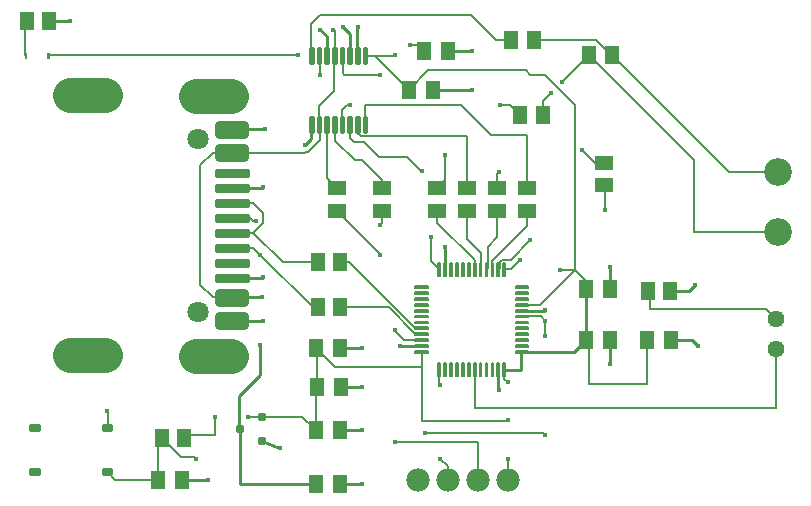
<source format=gtl>
G04 EAGLE Gerber RS-274X export*
G75*
%MOMM*%
%FSLAX34Y34*%
%LPD*%
%INTop Copper*%
%IPPOS*%
%AMOC8*
5,1,8,0,0,1.08239X$1,22.5*%
G01*
%ADD10R,1.300000X1.600000*%
%ADD11R,1.300000X1.500000*%
%ADD12R,1.500000X1.300000*%
%ADD13C,0.225000*%
%ADD14C,0.150000*%
%ADD15C,0.381000*%
%ADD16C,1.800000*%
%ADD17C,2.971800*%
%ADD18C,0.762000*%
%ADD19C,1.440000*%
%ADD20C,0.100000*%
%ADD21C,1.980000*%
%ADD22C,0.300000*%
%ADD23C,0.350000*%
%ADD24C,2.340000*%
%ADD25C,0.254000*%
%ADD26C,0.452400*%
%ADD27C,0.152400*%


D10*
X263050Y199390D03*
X283050Y199390D03*
X341790Y533400D03*
X361790Y533400D03*
X264320Y281940D03*
X284320Y281940D03*
X491650Y364490D03*
X511650Y364490D03*
X543720Y321310D03*
X563720Y321310D03*
X263050Y314960D03*
X283050Y314960D03*
X491650Y321310D03*
X511650Y321310D03*
X263050Y245110D03*
X283050Y245110D03*
X129700Y203200D03*
X149700Y203200D03*
X354490Y566420D03*
X374490Y566420D03*
D11*
X264820Y387350D03*
X283820Y387350D03*
D12*
X318770Y431190D03*
X318770Y450190D03*
X280670Y431190D03*
X280670Y450190D03*
X506730Y452780D03*
X506730Y471780D03*
D11*
X494690Y562610D03*
X513690Y562610D03*
X428650Y575310D03*
X447650Y575310D03*
X436270Y511810D03*
X455270Y511810D03*
X264820Y349250D03*
X283820Y349250D03*
X18440Y591820D03*
X37440Y591820D03*
X544220Y363220D03*
X563220Y363220D03*
X132740Y238760D03*
X151740Y238760D03*
D12*
X441960Y431190D03*
X441960Y450190D03*
X391160Y431190D03*
X391160Y450190D03*
X365760Y431190D03*
X365760Y450190D03*
X416560Y431190D03*
X416560Y450190D03*
D13*
X303565Y556025D02*
X303565Y568775D01*
X305815Y568775D01*
X305815Y556025D01*
X303565Y556025D01*
X303565Y558162D02*
X305815Y558162D01*
X305815Y560299D02*
X303565Y560299D01*
X303565Y562436D02*
X305815Y562436D01*
X305815Y564573D02*
X303565Y564573D01*
X303565Y566710D02*
X305815Y566710D01*
X297065Y568775D02*
X297065Y556025D01*
X297065Y568775D02*
X299315Y568775D01*
X299315Y556025D01*
X297065Y556025D01*
X297065Y558162D02*
X299315Y558162D01*
X299315Y560299D02*
X297065Y560299D01*
X297065Y562436D02*
X299315Y562436D01*
X299315Y564573D02*
X297065Y564573D01*
X297065Y566710D02*
X299315Y566710D01*
X290565Y568775D02*
X290565Y556025D01*
X290565Y568775D02*
X292815Y568775D01*
X292815Y556025D01*
X290565Y556025D01*
X290565Y558162D02*
X292815Y558162D01*
X292815Y560299D02*
X290565Y560299D01*
X290565Y562436D02*
X292815Y562436D01*
X292815Y564573D02*
X290565Y564573D01*
X290565Y566710D02*
X292815Y566710D01*
X284065Y568775D02*
X284065Y556025D01*
X284065Y568775D02*
X286315Y568775D01*
X286315Y556025D01*
X284065Y556025D01*
X284065Y558162D02*
X286315Y558162D01*
X286315Y560299D02*
X284065Y560299D01*
X284065Y562436D02*
X286315Y562436D01*
X286315Y564573D02*
X284065Y564573D01*
X284065Y566710D02*
X286315Y566710D01*
X277565Y568775D02*
X277565Y556025D01*
X277565Y568775D02*
X279815Y568775D01*
X279815Y556025D01*
X277565Y556025D01*
X277565Y558162D02*
X279815Y558162D01*
X279815Y560299D02*
X277565Y560299D01*
X277565Y562436D02*
X279815Y562436D01*
X279815Y564573D02*
X277565Y564573D01*
X277565Y566710D02*
X279815Y566710D01*
X271065Y568775D02*
X271065Y556025D01*
X271065Y568775D02*
X273315Y568775D01*
X273315Y556025D01*
X271065Y556025D01*
X271065Y558162D02*
X273315Y558162D01*
X273315Y560299D02*
X271065Y560299D01*
X271065Y562436D02*
X273315Y562436D01*
X273315Y564573D02*
X271065Y564573D01*
X271065Y566710D02*
X273315Y566710D01*
X264565Y568775D02*
X264565Y556025D01*
X264565Y568775D02*
X266815Y568775D01*
X266815Y556025D01*
X264565Y556025D01*
X264565Y558162D02*
X266815Y558162D01*
X266815Y560299D02*
X264565Y560299D01*
X264565Y562436D02*
X266815Y562436D01*
X266815Y564573D02*
X264565Y564573D01*
X264565Y566710D02*
X266815Y566710D01*
X258065Y568775D02*
X258065Y556025D01*
X258065Y568775D02*
X260315Y568775D01*
X260315Y556025D01*
X258065Y556025D01*
X258065Y558162D02*
X260315Y558162D01*
X260315Y560299D02*
X258065Y560299D01*
X258065Y562436D02*
X260315Y562436D01*
X260315Y564573D02*
X258065Y564573D01*
X258065Y566710D02*
X260315Y566710D01*
X303565Y510775D02*
X303565Y498025D01*
X303565Y510775D02*
X305815Y510775D01*
X305815Y498025D01*
X303565Y498025D01*
X303565Y500162D02*
X305815Y500162D01*
X305815Y502299D02*
X303565Y502299D01*
X303565Y504436D02*
X305815Y504436D01*
X305815Y506573D02*
X303565Y506573D01*
X303565Y508710D02*
X305815Y508710D01*
X297065Y510775D02*
X297065Y498025D01*
X297065Y510775D02*
X299315Y510775D01*
X299315Y498025D01*
X297065Y498025D01*
X297065Y500162D02*
X299315Y500162D01*
X299315Y502299D02*
X297065Y502299D01*
X297065Y504436D02*
X299315Y504436D01*
X299315Y506573D02*
X297065Y506573D01*
X297065Y508710D02*
X299315Y508710D01*
X290565Y510775D02*
X290565Y498025D01*
X290565Y510775D02*
X292815Y510775D01*
X292815Y498025D01*
X290565Y498025D01*
X290565Y500162D02*
X292815Y500162D01*
X292815Y502299D02*
X290565Y502299D01*
X290565Y504436D02*
X292815Y504436D01*
X292815Y506573D02*
X290565Y506573D01*
X290565Y508710D02*
X292815Y508710D01*
X284065Y510775D02*
X284065Y498025D01*
X284065Y510775D02*
X286315Y510775D01*
X286315Y498025D01*
X284065Y498025D01*
X284065Y500162D02*
X286315Y500162D01*
X286315Y502299D02*
X284065Y502299D01*
X284065Y504436D02*
X286315Y504436D01*
X286315Y506573D02*
X284065Y506573D01*
X284065Y508710D02*
X286315Y508710D01*
X277565Y510775D02*
X277565Y498025D01*
X277565Y510775D02*
X279815Y510775D01*
X279815Y498025D01*
X277565Y498025D01*
X277565Y500162D02*
X279815Y500162D01*
X279815Y502299D02*
X277565Y502299D01*
X277565Y504436D02*
X279815Y504436D01*
X279815Y506573D02*
X277565Y506573D01*
X277565Y508710D02*
X279815Y508710D01*
X271065Y510775D02*
X271065Y498025D01*
X271065Y510775D02*
X273315Y510775D01*
X273315Y498025D01*
X271065Y498025D01*
X271065Y500162D02*
X273315Y500162D01*
X273315Y502299D02*
X271065Y502299D01*
X271065Y504436D02*
X273315Y504436D01*
X273315Y506573D02*
X271065Y506573D01*
X271065Y508710D02*
X273315Y508710D01*
X264565Y510775D02*
X264565Y498025D01*
X264565Y510775D02*
X266815Y510775D01*
X266815Y498025D01*
X264565Y498025D01*
X264565Y500162D02*
X266815Y500162D01*
X266815Y502299D02*
X264565Y502299D01*
X264565Y504436D02*
X266815Y504436D01*
X266815Y506573D02*
X264565Y506573D01*
X264565Y508710D02*
X266815Y508710D01*
X258065Y510775D02*
X258065Y498025D01*
X258065Y510775D02*
X260315Y510775D01*
X260315Y498025D01*
X258065Y498025D01*
X258065Y500162D02*
X260315Y500162D01*
X260315Y502299D02*
X258065Y502299D01*
X258065Y504436D02*
X260315Y504436D01*
X260315Y506573D02*
X258065Y506573D01*
X258065Y508710D02*
X260315Y508710D01*
D14*
X432220Y312340D02*
X442720Y312340D01*
X442720Y310840D01*
X432220Y310840D01*
X432220Y312340D01*
X432220Y312265D02*
X442720Y312265D01*
X442720Y317340D02*
X432220Y317340D01*
X442720Y317340D02*
X442720Y315840D01*
X432220Y315840D01*
X432220Y317340D01*
X432220Y317265D02*
X442720Y317265D01*
X442720Y322340D02*
X432220Y322340D01*
X442720Y322340D02*
X442720Y320840D01*
X432220Y320840D01*
X432220Y322340D01*
X432220Y322265D02*
X442720Y322265D01*
X442720Y327340D02*
X432220Y327340D01*
X442720Y327340D02*
X442720Y325840D01*
X432220Y325840D01*
X432220Y327340D01*
X432220Y327265D02*
X442720Y327265D01*
X442720Y332340D02*
X432220Y332340D01*
X442720Y332340D02*
X442720Y330840D01*
X432220Y330840D01*
X432220Y332340D01*
X432220Y332265D02*
X442720Y332265D01*
X442720Y337340D02*
X432220Y337340D01*
X442720Y337340D02*
X442720Y335840D01*
X432220Y335840D01*
X432220Y337340D01*
X432220Y337265D02*
X442720Y337265D01*
X442720Y342340D02*
X432220Y342340D01*
X442720Y342340D02*
X442720Y340840D01*
X432220Y340840D01*
X432220Y342340D01*
X432220Y342265D02*
X442720Y342265D01*
X442720Y347340D02*
X432220Y347340D01*
X442720Y347340D02*
X442720Y345840D01*
X432220Y345840D01*
X432220Y347340D01*
X432220Y347265D02*
X442720Y347265D01*
X442720Y352340D02*
X432220Y352340D01*
X442720Y352340D02*
X442720Y350840D01*
X432220Y350840D01*
X432220Y352340D01*
X432220Y352265D02*
X442720Y352265D01*
X442720Y357340D02*
X432220Y357340D01*
X442720Y357340D02*
X442720Y355840D01*
X432220Y355840D01*
X432220Y357340D01*
X432220Y357265D02*
X442720Y357265D01*
X442720Y362340D02*
X432220Y362340D01*
X442720Y362340D02*
X442720Y360840D01*
X432220Y360840D01*
X432220Y362340D01*
X432220Y362265D02*
X442720Y362265D01*
X442720Y367340D02*
X432220Y367340D01*
X442720Y367340D02*
X442720Y365840D01*
X432220Y365840D01*
X432220Y367340D01*
X432220Y367265D02*
X442720Y367265D01*
X357720Y312340D02*
X347220Y312340D01*
X357720Y312340D02*
X357720Y310840D01*
X347220Y310840D01*
X347220Y312340D01*
X347220Y312265D02*
X357720Y312265D01*
X357720Y317340D02*
X347220Y317340D01*
X357720Y317340D02*
X357720Y315840D01*
X347220Y315840D01*
X347220Y317340D01*
X347220Y317265D02*
X357720Y317265D01*
X357720Y322340D02*
X347220Y322340D01*
X357720Y322340D02*
X357720Y320840D01*
X347220Y320840D01*
X347220Y322340D01*
X347220Y322265D02*
X357720Y322265D01*
X357720Y327340D02*
X347220Y327340D01*
X357720Y327340D02*
X357720Y325840D01*
X347220Y325840D01*
X347220Y327340D01*
X347220Y327265D02*
X357720Y327265D01*
X357720Y332340D02*
X347220Y332340D01*
X357720Y332340D02*
X357720Y330840D01*
X347220Y330840D01*
X347220Y332340D01*
X347220Y332265D02*
X357720Y332265D01*
X357720Y337340D02*
X347220Y337340D01*
X357720Y337340D02*
X357720Y335840D01*
X347220Y335840D01*
X347220Y337340D01*
X347220Y337265D02*
X357720Y337265D01*
X357720Y342340D02*
X347220Y342340D01*
X357720Y342340D02*
X357720Y340840D01*
X347220Y340840D01*
X347220Y342340D01*
X347220Y342265D02*
X357720Y342265D01*
X357720Y347340D02*
X347220Y347340D01*
X357720Y347340D02*
X357720Y345840D01*
X347220Y345840D01*
X347220Y347340D01*
X347220Y347265D02*
X357720Y347265D01*
X357720Y352340D02*
X347220Y352340D01*
X357720Y352340D02*
X357720Y350840D01*
X347220Y350840D01*
X347220Y352340D01*
X347220Y352265D02*
X357720Y352265D01*
X357720Y357340D02*
X347220Y357340D01*
X357720Y357340D02*
X357720Y355840D01*
X347220Y355840D01*
X347220Y357340D01*
X347220Y357265D02*
X357720Y357265D01*
X357720Y362340D02*
X347220Y362340D01*
X357720Y362340D02*
X357720Y360840D01*
X347220Y360840D01*
X347220Y362340D01*
X347220Y362265D02*
X357720Y362265D01*
X357720Y367340D02*
X347220Y367340D01*
X357720Y367340D02*
X357720Y365840D01*
X347220Y365840D01*
X347220Y367340D01*
X347220Y367265D02*
X357720Y367265D01*
X368220Y301840D02*
X368220Y291340D01*
X366720Y291340D01*
X366720Y301840D01*
X368220Y301840D01*
X368220Y292765D02*
X366720Y292765D01*
X366720Y294190D02*
X368220Y294190D01*
X368220Y295615D02*
X366720Y295615D01*
X366720Y297040D02*
X368220Y297040D01*
X368220Y298465D02*
X366720Y298465D01*
X366720Y299890D02*
X368220Y299890D01*
X368220Y301315D02*
X366720Y301315D01*
X373220Y301840D02*
X373220Y291340D01*
X371720Y291340D01*
X371720Y301840D01*
X373220Y301840D01*
X373220Y292765D02*
X371720Y292765D01*
X371720Y294190D02*
X373220Y294190D01*
X373220Y295615D02*
X371720Y295615D01*
X371720Y297040D02*
X373220Y297040D01*
X373220Y298465D02*
X371720Y298465D01*
X371720Y299890D02*
X373220Y299890D01*
X373220Y301315D02*
X371720Y301315D01*
X378220Y301840D02*
X378220Y291340D01*
X376720Y291340D01*
X376720Y301840D01*
X378220Y301840D01*
X378220Y292765D02*
X376720Y292765D01*
X376720Y294190D02*
X378220Y294190D01*
X378220Y295615D02*
X376720Y295615D01*
X376720Y297040D02*
X378220Y297040D01*
X378220Y298465D02*
X376720Y298465D01*
X376720Y299890D02*
X378220Y299890D01*
X378220Y301315D02*
X376720Y301315D01*
X383220Y301840D02*
X383220Y291340D01*
X381720Y291340D01*
X381720Y301840D01*
X383220Y301840D01*
X383220Y292765D02*
X381720Y292765D01*
X381720Y294190D02*
X383220Y294190D01*
X383220Y295615D02*
X381720Y295615D01*
X381720Y297040D02*
X383220Y297040D01*
X383220Y298465D02*
X381720Y298465D01*
X381720Y299890D02*
X383220Y299890D01*
X383220Y301315D02*
X381720Y301315D01*
X388220Y301840D02*
X388220Y291340D01*
X386720Y291340D01*
X386720Y301840D01*
X388220Y301840D01*
X388220Y292765D02*
X386720Y292765D01*
X386720Y294190D02*
X388220Y294190D01*
X388220Y295615D02*
X386720Y295615D01*
X386720Y297040D02*
X388220Y297040D01*
X388220Y298465D02*
X386720Y298465D01*
X386720Y299890D02*
X388220Y299890D01*
X388220Y301315D02*
X386720Y301315D01*
X393220Y301840D02*
X393220Y291340D01*
X391720Y291340D01*
X391720Y301840D01*
X393220Y301840D01*
X393220Y292765D02*
X391720Y292765D01*
X391720Y294190D02*
X393220Y294190D01*
X393220Y295615D02*
X391720Y295615D01*
X391720Y297040D02*
X393220Y297040D01*
X393220Y298465D02*
X391720Y298465D01*
X391720Y299890D02*
X393220Y299890D01*
X393220Y301315D02*
X391720Y301315D01*
X398220Y301840D02*
X398220Y291340D01*
X396720Y291340D01*
X396720Y301840D01*
X398220Y301840D01*
X398220Y292765D02*
X396720Y292765D01*
X396720Y294190D02*
X398220Y294190D01*
X398220Y295615D02*
X396720Y295615D01*
X396720Y297040D02*
X398220Y297040D01*
X398220Y298465D02*
X396720Y298465D01*
X396720Y299890D02*
X398220Y299890D01*
X398220Y301315D02*
X396720Y301315D01*
X403220Y301840D02*
X403220Y291340D01*
X401720Y291340D01*
X401720Y301840D01*
X403220Y301840D01*
X403220Y292765D02*
X401720Y292765D01*
X401720Y294190D02*
X403220Y294190D01*
X403220Y295615D02*
X401720Y295615D01*
X401720Y297040D02*
X403220Y297040D01*
X403220Y298465D02*
X401720Y298465D01*
X401720Y299890D02*
X403220Y299890D01*
X403220Y301315D02*
X401720Y301315D01*
X408220Y301840D02*
X408220Y291340D01*
X406720Y291340D01*
X406720Y301840D01*
X408220Y301840D01*
X408220Y292765D02*
X406720Y292765D01*
X406720Y294190D02*
X408220Y294190D01*
X408220Y295615D02*
X406720Y295615D01*
X406720Y297040D02*
X408220Y297040D01*
X408220Y298465D02*
X406720Y298465D01*
X406720Y299890D02*
X408220Y299890D01*
X408220Y301315D02*
X406720Y301315D01*
X413220Y301840D02*
X413220Y291340D01*
X411720Y291340D01*
X411720Y301840D01*
X413220Y301840D01*
X413220Y292765D02*
X411720Y292765D01*
X411720Y294190D02*
X413220Y294190D01*
X413220Y295615D02*
X411720Y295615D01*
X411720Y297040D02*
X413220Y297040D01*
X413220Y298465D02*
X411720Y298465D01*
X411720Y299890D02*
X413220Y299890D01*
X413220Y301315D02*
X411720Y301315D01*
X418220Y301840D02*
X418220Y291340D01*
X416720Y291340D01*
X416720Y301840D01*
X418220Y301840D01*
X418220Y292765D02*
X416720Y292765D01*
X416720Y294190D02*
X418220Y294190D01*
X418220Y295615D02*
X416720Y295615D01*
X416720Y297040D02*
X418220Y297040D01*
X418220Y298465D02*
X416720Y298465D01*
X416720Y299890D02*
X418220Y299890D01*
X418220Y301315D02*
X416720Y301315D01*
X423220Y301840D02*
X423220Y291340D01*
X421720Y291340D01*
X421720Y301840D01*
X423220Y301840D01*
X423220Y292765D02*
X421720Y292765D01*
X421720Y294190D02*
X423220Y294190D01*
X423220Y295615D02*
X421720Y295615D01*
X421720Y297040D02*
X423220Y297040D01*
X423220Y298465D02*
X421720Y298465D01*
X421720Y299890D02*
X423220Y299890D01*
X423220Y301315D02*
X421720Y301315D01*
X368220Y376340D02*
X368220Y386840D01*
X368220Y376340D02*
X366720Y376340D01*
X366720Y386840D01*
X368220Y386840D01*
X368220Y377765D02*
X366720Y377765D01*
X366720Y379190D02*
X368220Y379190D01*
X368220Y380615D02*
X366720Y380615D01*
X366720Y382040D02*
X368220Y382040D01*
X368220Y383465D02*
X366720Y383465D01*
X366720Y384890D02*
X368220Y384890D01*
X368220Y386315D02*
X366720Y386315D01*
X373220Y386840D02*
X373220Y376340D01*
X371720Y376340D01*
X371720Y386840D01*
X373220Y386840D01*
X373220Y377765D02*
X371720Y377765D01*
X371720Y379190D02*
X373220Y379190D01*
X373220Y380615D02*
X371720Y380615D01*
X371720Y382040D02*
X373220Y382040D01*
X373220Y383465D02*
X371720Y383465D01*
X371720Y384890D02*
X373220Y384890D01*
X373220Y386315D02*
X371720Y386315D01*
X378220Y386840D02*
X378220Y376340D01*
X376720Y376340D01*
X376720Y386840D01*
X378220Y386840D01*
X378220Y377765D02*
X376720Y377765D01*
X376720Y379190D02*
X378220Y379190D01*
X378220Y380615D02*
X376720Y380615D01*
X376720Y382040D02*
X378220Y382040D01*
X378220Y383465D02*
X376720Y383465D01*
X376720Y384890D02*
X378220Y384890D01*
X378220Y386315D02*
X376720Y386315D01*
X383220Y386840D02*
X383220Y376340D01*
X381720Y376340D01*
X381720Y386840D01*
X383220Y386840D01*
X383220Y377765D02*
X381720Y377765D01*
X381720Y379190D02*
X383220Y379190D01*
X383220Y380615D02*
X381720Y380615D01*
X381720Y382040D02*
X383220Y382040D01*
X383220Y383465D02*
X381720Y383465D01*
X381720Y384890D02*
X383220Y384890D01*
X383220Y386315D02*
X381720Y386315D01*
X388220Y386840D02*
X388220Y376340D01*
X386720Y376340D01*
X386720Y386840D01*
X388220Y386840D01*
X388220Y377765D02*
X386720Y377765D01*
X386720Y379190D02*
X388220Y379190D01*
X388220Y380615D02*
X386720Y380615D01*
X386720Y382040D02*
X388220Y382040D01*
X388220Y383465D02*
X386720Y383465D01*
X386720Y384890D02*
X388220Y384890D01*
X388220Y386315D02*
X386720Y386315D01*
X393220Y386840D02*
X393220Y376340D01*
X391720Y376340D01*
X391720Y386840D01*
X393220Y386840D01*
X393220Y377765D02*
X391720Y377765D01*
X391720Y379190D02*
X393220Y379190D01*
X393220Y380615D02*
X391720Y380615D01*
X391720Y382040D02*
X393220Y382040D01*
X393220Y383465D02*
X391720Y383465D01*
X391720Y384890D02*
X393220Y384890D01*
X393220Y386315D02*
X391720Y386315D01*
X398220Y386840D02*
X398220Y376340D01*
X396720Y376340D01*
X396720Y386840D01*
X398220Y386840D01*
X398220Y377765D02*
X396720Y377765D01*
X396720Y379190D02*
X398220Y379190D01*
X398220Y380615D02*
X396720Y380615D01*
X396720Y382040D02*
X398220Y382040D01*
X398220Y383465D02*
X396720Y383465D01*
X396720Y384890D02*
X398220Y384890D01*
X398220Y386315D02*
X396720Y386315D01*
X403220Y386840D02*
X403220Y376340D01*
X401720Y376340D01*
X401720Y386840D01*
X403220Y386840D01*
X403220Y377765D02*
X401720Y377765D01*
X401720Y379190D02*
X403220Y379190D01*
X403220Y380615D02*
X401720Y380615D01*
X401720Y382040D02*
X403220Y382040D01*
X403220Y383465D02*
X401720Y383465D01*
X401720Y384890D02*
X403220Y384890D01*
X403220Y386315D02*
X401720Y386315D01*
X408220Y386840D02*
X408220Y376340D01*
X406720Y376340D01*
X406720Y386840D01*
X408220Y386840D01*
X408220Y377765D02*
X406720Y377765D01*
X406720Y379190D02*
X408220Y379190D01*
X408220Y380615D02*
X406720Y380615D01*
X406720Y382040D02*
X408220Y382040D01*
X408220Y383465D02*
X406720Y383465D01*
X406720Y384890D02*
X408220Y384890D01*
X408220Y386315D02*
X406720Y386315D01*
X413220Y386840D02*
X413220Y376340D01*
X411720Y376340D01*
X411720Y386840D01*
X413220Y386840D01*
X413220Y377765D02*
X411720Y377765D01*
X411720Y379190D02*
X413220Y379190D01*
X413220Y380615D02*
X411720Y380615D01*
X411720Y382040D02*
X413220Y382040D01*
X413220Y383465D02*
X411720Y383465D01*
X411720Y384890D02*
X413220Y384890D01*
X413220Y386315D02*
X411720Y386315D01*
X418220Y386840D02*
X418220Y376340D01*
X416720Y376340D01*
X416720Y386840D01*
X418220Y386840D01*
X418220Y377765D02*
X416720Y377765D01*
X416720Y379190D02*
X418220Y379190D01*
X418220Y380615D02*
X416720Y380615D01*
X416720Y382040D02*
X418220Y382040D01*
X418220Y383465D02*
X416720Y383465D01*
X416720Y384890D02*
X418220Y384890D01*
X418220Y386315D02*
X416720Y386315D01*
X423220Y386840D02*
X423220Y376340D01*
X421720Y376340D01*
X421720Y386840D01*
X423220Y386840D01*
X423220Y377765D02*
X421720Y377765D01*
X421720Y379190D02*
X423220Y379190D01*
X423220Y380615D02*
X421720Y380615D01*
X421720Y382040D02*
X423220Y382040D01*
X423220Y383465D02*
X421720Y383465D01*
X421720Y384890D02*
X423220Y384890D01*
X423220Y386315D02*
X421720Y386315D01*
D15*
X204343Y435991D02*
X178943Y435991D01*
X178943Y439801D01*
X204343Y439801D01*
X204343Y435991D01*
X204343Y439610D02*
X178943Y439610D01*
X178943Y448691D02*
X204343Y448691D01*
X178943Y448691D02*
X178943Y452501D01*
X204343Y452501D01*
X204343Y448691D01*
X204343Y452310D02*
X178943Y452310D01*
X178943Y372491D02*
X204343Y372491D01*
X178943Y372491D02*
X178943Y376301D01*
X204343Y376301D01*
X204343Y372491D01*
X204343Y376110D02*
X178943Y376110D01*
X178943Y385191D02*
X204343Y385191D01*
X178943Y385191D02*
X178943Y389001D01*
X204343Y389001D01*
X204343Y385191D01*
X204343Y388810D02*
X178943Y388810D01*
X178943Y410591D02*
X204343Y410591D01*
X178943Y410591D02*
X178943Y414401D01*
X204343Y414401D01*
X204343Y410591D01*
X204343Y414210D02*
X178943Y414210D01*
X178943Y461391D02*
X204343Y461391D01*
X178943Y461391D02*
X178943Y465201D01*
X204343Y465201D01*
X204343Y461391D01*
X204343Y465010D02*
X178943Y465010D01*
X178943Y397891D02*
X204343Y397891D01*
X178943Y397891D02*
X178943Y401701D01*
X204343Y401701D01*
X204343Y397891D01*
X204343Y401510D02*
X178943Y401510D01*
X178943Y423291D02*
X204343Y423291D01*
X178943Y423291D02*
X178943Y427101D01*
X204343Y427101D01*
X204343Y423291D01*
X204343Y426910D02*
X178943Y426910D01*
D16*
X163322Y492252D03*
X163322Y345440D03*
D17*
X161163Y528574D02*
X190881Y528574D01*
X190881Y308356D02*
X161163Y308356D01*
X84709Y309118D02*
X54991Y309118D01*
X54991Y529336D02*
X84709Y529336D01*
D18*
X180848Y496316D02*
X202438Y496316D01*
X180848Y496316D02*
X180848Y503936D01*
X202438Y503936D01*
X202438Y496316D01*
X202438Y503555D02*
X180848Y503555D01*
X180848Y334264D02*
X202438Y334264D01*
X180848Y334264D02*
X180848Y341884D01*
X202438Y341884D01*
X202438Y334264D01*
X202438Y341503D02*
X180848Y341503D01*
X180848Y476504D02*
X202438Y476504D01*
X180848Y476504D02*
X180848Y484124D01*
X202438Y484124D01*
X202438Y476504D01*
X202438Y483743D02*
X180848Y483743D01*
X180848Y354076D02*
X202438Y354076D01*
X180848Y354076D02*
X180848Y361696D01*
X202438Y361696D01*
X202438Y354076D01*
X202438Y361315D02*
X180848Y361315D01*
D19*
X652780Y313690D03*
X652780Y339090D03*
D20*
X17670Y560110D02*
X16670Y560110D01*
X16670Y565110D01*
X17670Y565110D01*
X17670Y560110D01*
X17670Y561060D02*
X16670Y561060D01*
X16670Y562010D02*
X17670Y562010D01*
X17670Y562960D02*
X16670Y562960D01*
X16670Y563910D02*
X17670Y563910D01*
X17670Y564860D02*
X16670Y564860D01*
X35670Y560110D02*
X36670Y560110D01*
X35670Y560110D02*
X35670Y565110D01*
X36670Y565110D01*
X36670Y560110D01*
X36670Y561060D02*
X35670Y561060D01*
X35670Y562010D02*
X36670Y562010D01*
X36670Y562960D02*
X35670Y562960D01*
X35670Y563910D02*
X36670Y563910D01*
X36670Y564860D02*
X35670Y564860D01*
D21*
X425450Y203200D03*
X400050Y203200D03*
X374650Y203200D03*
X349250Y203200D03*
D22*
X216080Y234880D02*
X216080Y237880D01*
X219080Y237880D01*
X219080Y234880D01*
X216080Y234880D01*
X216080Y237730D02*
X219080Y237730D01*
X216080Y254880D02*
X216080Y257880D01*
X219080Y257880D01*
X219080Y254880D01*
X216080Y254880D01*
X216080Y257730D02*
X219080Y257730D01*
X197480Y247880D02*
X197480Y244880D01*
X197480Y247880D02*
X200480Y247880D01*
X200480Y244880D01*
X197480Y244880D01*
X197480Y247730D02*
X200480Y247730D01*
D23*
X28400Y245540D02*
X21900Y245540D01*
X21900Y249040D01*
X28400Y249040D01*
X28400Y245540D01*
X28400Y248865D02*
X21900Y248865D01*
X21900Y208160D02*
X28400Y208160D01*
X21900Y208160D02*
X21900Y211660D01*
X28400Y211660D01*
X28400Y208160D01*
X28400Y211485D02*
X21900Y211485D01*
X83360Y245540D02*
X89860Y245540D01*
X83360Y245540D02*
X83360Y249040D01*
X89860Y249040D01*
X89860Y245540D01*
X89860Y248865D02*
X83360Y248865D01*
X83360Y208160D02*
X89860Y208160D01*
X83360Y208160D02*
X83360Y211660D01*
X89860Y211660D01*
X89860Y208160D01*
X89860Y211485D02*
X83360Y211485D01*
D24*
X654300Y463761D03*
X654300Y412961D03*
D25*
X216916Y357886D02*
X191643Y357886D01*
X216916Y357886D02*
X217170Y358140D01*
D26*
X217170Y358140D03*
X215900Y317500D03*
D25*
X215900Y292100D01*
X198120Y274320D01*
X198120Y247240D01*
X198980Y246380D01*
X198980Y199800D01*
X199390Y199390D01*
X263050Y199390D01*
D27*
X278690Y562400D02*
X279400Y563110D01*
X279400Y584200D01*
X277162Y584200D01*
D26*
X277162Y584200D03*
X342900Y571500D03*
D27*
X349410Y571500D01*
X354490Y566420D01*
X278690Y562400D02*
X278690Y532690D01*
X256410Y480592D02*
X254000Y480592D01*
X256410Y480592D02*
X266700Y490882D01*
X253722Y480314D02*
X191643Y480314D01*
X253722Y480314D02*
X254000Y480592D01*
X191643Y480314D02*
X175514Y480314D01*
X165100Y469900D01*
X165100Y368300D01*
X266700Y490882D02*
X266700Y503390D01*
X265690Y504400D01*
X265690Y519690D01*
X278690Y532690D01*
X165100Y368300D02*
X175514Y357886D01*
X191643Y357886D01*
D25*
X54610Y591820D02*
X37440Y591820D01*
D26*
X54610Y591820D03*
D25*
X272190Y578710D02*
X272190Y562400D01*
X272190Y578710D02*
X266700Y584200D01*
D26*
X266700Y584200D03*
D25*
X291690Y580800D02*
X291690Y562400D01*
X291690Y580800D02*
X285750Y586740D01*
D26*
X285750Y586740D03*
D25*
X298190Y586480D02*
X298190Y562400D01*
X298190Y586480D02*
X298450Y586740D01*
D26*
X298450Y586740D03*
D25*
X259190Y504400D02*
X259190Y491600D01*
X254000Y486410D01*
D26*
X254000Y486410D03*
D25*
X374490Y566420D02*
X394970Y566420D01*
D26*
X394970Y566420D03*
D25*
X394970Y533400D02*
X361790Y533400D01*
D26*
X394970Y533400D03*
D25*
X219456Y500126D02*
X191643Y500126D01*
X219456Y500126D02*
X219710Y500380D01*
D26*
X219710Y500380D03*
D25*
X218186Y450596D02*
X191643Y450596D01*
X218186Y450596D02*
X218440Y450850D01*
D26*
X218440Y450850D03*
D25*
X218186Y374396D02*
X191643Y374396D01*
X218186Y374396D02*
X218440Y374650D01*
D26*
X218440Y374650D03*
D25*
X218186Y338074D02*
X191643Y338074D01*
X218186Y338074D02*
X218440Y337820D01*
D26*
X218440Y337820D03*
D25*
X563220Y363220D02*
X579120Y363220D01*
X584200Y368300D01*
D26*
X584200Y368300D03*
D25*
X581660Y321310D02*
X563720Y321310D01*
X581660Y321310D02*
X586740Y316230D01*
D26*
X586740Y316230D03*
D25*
X511650Y364490D02*
X511650Y383380D01*
X511810Y383540D01*
D26*
X511810Y383540D03*
D25*
X511650Y321310D02*
X511650Y301150D01*
X511810Y300990D01*
D26*
X511810Y300990D03*
D25*
X302260Y314960D02*
X283050Y314960D01*
D26*
X302260Y314960D03*
D25*
X302260Y281940D02*
X284320Y281940D01*
D26*
X302260Y281940D03*
D25*
X302260Y245110D02*
X283050Y245110D01*
D26*
X302260Y245110D03*
D25*
X302260Y199390D02*
X283050Y199390D01*
D26*
X302260Y199390D03*
D25*
X232000Y230280D02*
X217580Y236380D01*
X232000Y230280D02*
X232410Y229870D01*
D26*
X232410Y229870D03*
D25*
X171450Y203200D02*
X149700Y203200D01*
D26*
X171450Y203200D03*
D25*
X372470Y381590D02*
X372470Y399690D01*
X372110Y400050D01*
D26*
X372110Y400050D03*
D25*
X437470Y346590D02*
X457080Y346590D01*
X457200Y346710D01*
D26*
X457200Y346710D03*
D25*
X417470Y296590D02*
X417470Y279760D01*
X417830Y279400D01*
D26*
X417830Y279400D03*
D25*
X352470Y316590D02*
X334370Y316590D01*
X334010Y316230D01*
D26*
X334010Y316230D03*
D27*
X86610Y260100D02*
X86610Y247290D01*
X86610Y260100D02*
X86360Y260350D01*
X86360Y261620D01*
D26*
X86360Y261620D03*
D27*
X234950Y387350D02*
X264820Y387350D01*
X209804Y412496D02*
X191643Y412496D01*
X210185Y412115D02*
X234950Y387350D01*
X210185Y412115D02*
X209804Y412496D01*
X209804Y437896D02*
X191643Y437896D01*
X218440Y429260D02*
X218440Y420370D01*
X210185Y412115D01*
X218440Y429260D02*
X209804Y437896D01*
X260350Y349250D02*
X264820Y349250D01*
X209804Y399796D02*
X191643Y399796D01*
X215900Y393700D02*
X260350Y349250D01*
X215900Y393700D02*
X209804Y399796D01*
X207264Y425196D02*
X191643Y425196D01*
X207264Y425196D02*
X209881Y422579D01*
X212421Y422579D01*
D26*
X212421Y422579D03*
X215900Y393700D03*
D27*
X345962Y332804D02*
X351256Y332804D01*
X352470Y331590D01*
X291416Y387350D02*
X283820Y387350D01*
X291416Y387350D02*
X345962Y332804D01*
X345962Y327804D02*
X351256Y327804D01*
X352470Y326590D01*
X324516Y349250D02*
X283820Y349250D01*
X324516Y349250D02*
X345962Y327804D01*
D25*
X491650Y321310D02*
X491650Y364490D01*
X491650Y321310D02*
X481930Y311590D01*
X437470Y311590D01*
X436880Y311000D01*
X436880Y297180D01*
X436290Y296590D01*
X422470Y296590D01*
D27*
X341790Y533400D02*
X312790Y562400D01*
X304690Y562400D01*
X341790Y533400D02*
X358300Y549910D01*
X440690Y549910D02*
X444500Y546100D01*
X457200Y546100D01*
X482600Y381000D02*
X495300Y368300D01*
X495300Y368140D01*
X491650Y364490D01*
X440690Y549910D02*
X358300Y549910D01*
X457200Y546100D02*
X482600Y520700D01*
X482600Y381000D01*
X453190Y351590D02*
X437470Y351590D01*
X453190Y351590D02*
X482600Y381000D01*
X469900Y381000D01*
D26*
X469900Y381000D03*
D27*
X367470Y381590D02*
X367470Y381830D01*
D26*
X425450Y220980D03*
X425450Y285750D03*
D27*
X422470Y288730D01*
X422470Y296590D01*
X425450Y220980D02*
X425450Y203200D01*
X494030Y318930D02*
X491650Y321310D01*
X494030Y318930D02*
X494030Y284480D01*
X543560Y284480D01*
X543720Y284640D01*
X543720Y321310D01*
D26*
X360680Y408940D03*
D27*
X360680Y388620D01*
X367470Y381830D01*
X154280Y241300D02*
X151740Y238760D01*
X154280Y241300D02*
X177800Y241300D01*
X217580Y256380D02*
X236060Y256380D01*
X236220Y256540D01*
X251620Y256540D01*
X263050Y245110D01*
X263050Y280670D01*
X264320Y281940D01*
X264320Y313690D01*
X263050Y314960D01*
X247650Y562610D02*
X36170Y562610D01*
D26*
X247650Y562610D03*
X330200Y562610D03*
D27*
X329990Y562400D01*
X312790Y562400D01*
X263050Y314960D02*
X279560Y298450D01*
X351790Y298450D02*
X352470Y299130D01*
X352470Y311590D01*
X351790Y298450D02*
X279560Y298450D01*
X352470Y299130D02*
X352470Y253320D01*
X353060Y252730D01*
X425450Y252730D01*
X425450Y254000D01*
D26*
X425450Y254000D03*
X177800Y256540D03*
X205740Y256540D03*
D27*
X217420Y256540D01*
X217580Y256380D01*
X177800Y256540D02*
X177800Y241300D01*
X266700Y561390D02*
X265690Y562400D01*
X266700Y561390D02*
X266700Y546100D01*
D26*
X266700Y546100D03*
X419100Y520700D03*
D27*
X427380Y520700D01*
X436270Y511810D01*
X259190Y562400D02*
X259190Y589390D01*
X266700Y596900D01*
X394360Y596900D01*
X415950Y575310D01*
X428650Y575310D01*
X17170Y562610D02*
X17170Y590550D01*
X18440Y591820D01*
X544220Y363220D02*
X546100Y361340D01*
X546100Y347980D01*
X643890Y347980D02*
X652780Y339090D01*
X643890Y347980D02*
X546100Y347980D01*
X352470Y321590D02*
X337540Y321590D01*
X330200Y328930D02*
X330200Y330200D01*
D26*
X330200Y330200D03*
X330200Y234950D03*
D27*
X400050Y234950D01*
X400050Y203200D01*
X337540Y321590D02*
X330200Y328930D01*
X374650Y214630D02*
X374650Y203200D01*
X374650Y214630D02*
X368300Y220980D01*
D26*
X368300Y220980D03*
X368300Y283210D03*
D27*
X367470Y284040D01*
X367470Y296590D01*
X132740Y238760D02*
X129700Y235720D01*
X129700Y203200D01*
X93320Y203200D01*
X86610Y209910D01*
X506730Y452780D02*
X508000Y451510D01*
X508000Y431800D01*
D26*
X508000Y431800D03*
X457200Y338122D03*
D27*
X149250Y222250D02*
X132740Y238760D01*
X160020Y222250D02*
X161290Y220980D01*
D26*
X161290Y220980D03*
X355600Y242570D03*
D27*
X455930Y242570D01*
X457200Y241300D01*
D26*
X457200Y241300D03*
X457200Y325120D03*
D27*
X457200Y338122D01*
X160020Y222250D02*
X149250Y222250D01*
X437510Y341630D02*
X453692Y341630D01*
X437510Y341630D02*
X437470Y341590D01*
X453692Y341630D02*
X457200Y338122D01*
X391160Y407060D02*
X391160Y431190D01*
X391160Y407060D02*
X402470Y395750D01*
X402470Y381590D01*
X408684Y382804D02*
X408684Y400798D01*
X408684Y382804D02*
X407470Y381590D01*
X416560Y408674D02*
X416560Y431190D01*
X416560Y408674D02*
X408684Y400798D01*
X285750Y561840D02*
X285190Y562400D01*
X285750Y561840D02*
X285750Y547370D01*
X287020Y546100D01*
D26*
X317500Y546100D03*
X488418Y482600D03*
D27*
X499238Y471780D01*
X506730Y471780D01*
X317500Y546100D02*
X287020Y546100D01*
X272190Y504400D02*
X272190Y458670D01*
X280670Y450190D01*
X279400Y503690D02*
X278690Y504400D01*
X318770Y457200D02*
X318770Y450190D01*
X318770Y457200D02*
X302260Y473710D01*
X279400Y490220D02*
X279400Y503690D01*
X279400Y490220D02*
X295910Y473710D01*
X302260Y473710D01*
X291690Y493170D02*
X291690Y504400D01*
X291690Y493170D02*
X295402Y489458D01*
X303523Y489458D01*
X316731Y476250D01*
X340360Y476250D01*
X351790Y464820D01*
X353060Y464820D01*
D26*
X353060Y464820D03*
X417830Y463550D03*
D27*
X416560Y462280D01*
X416560Y450190D01*
X285190Y504400D02*
X285190Y516330D01*
X289560Y520700D02*
X292100Y520700D01*
D26*
X292100Y520700D03*
X372745Y478155D03*
D27*
X372745Y457175D01*
X365760Y450190D01*
X289560Y520700D02*
X285190Y516330D01*
X298190Y504400D02*
X298190Y496830D01*
X300990Y494030D01*
X391160Y494030D02*
X391160Y450190D01*
X391160Y494030D02*
X300990Y494030D01*
X304690Y504400D02*
X304800Y504510D01*
X441960Y495300D02*
X441960Y450190D01*
X304800Y504510D02*
X304800Y520700D01*
X386080Y520700D01*
X411480Y495300D01*
X441960Y495300D01*
X317500Y394360D02*
X280670Y431190D01*
X317500Y394360D02*
X317500Y393700D01*
D26*
X317500Y393700D03*
X435914Y389586D03*
D27*
X427918Y381590D01*
X422470Y381590D01*
X397470Y389320D02*
X365760Y421030D01*
X365760Y431190D01*
X397470Y389320D02*
X397470Y381590D01*
X412470Y381590D02*
X412470Y389000D01*
X441960Y418490D02*
X441960Y431190D01*
X441960Y418490D02*
X412470Y389000D01*
X318770Y420370D02*
X318770Y431190D01*
X318770Y420370D02*
X317500Y419100D01*
D26*
X317500Y419100D03*
X444500Y406400D03*
D27*
X420462Y389876D02*
X418684Y388098D01*
X427976Y389876D02*
X444500Y406400D01*
X418684Y388098D02*
X418684Y382804D01*
X417470Y381590D01*
X420462Y389876D02*
X427976Y389876D01*
X447650Y575310D02*
X500380Y575310D01*
X513080Y562610D01*
X513690Y562610D01*
X612750Y463550D01*
X654089Y463550D01*
X654300Y463761D01*
X494690Y562610D02*
X471830Y539750D01*
X471170Y539750D01*
X471474Y540054D01*
D26*
X471474Y540054D03*
X462280Y530860D03*
D27*
X455270Y523850D01*
X455270Y511810D01*
X494690Y562610D02*
X583590Y473710D01*
X583590Y412961D01*
X654300Y412961D01*
X397470Y296590D02*
X397470Y264200D01*
X397510Y264160D01*
X652780Y264160D01*
X652780Y313690D01*
M02*

</source>
